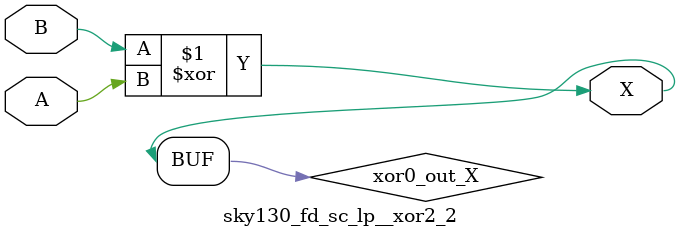
<source format=v>
module sky130_fd_sc_lp__xor2_2 (
    X,
    A,
    B
);
    output X;
    input  A;
    input  B;
    wire xor0_out_X;
    xor xor0 (xor0_out_X, B, A           );
    buf buf0 (X         , xor0_out_X     );
endmodule
</source>
